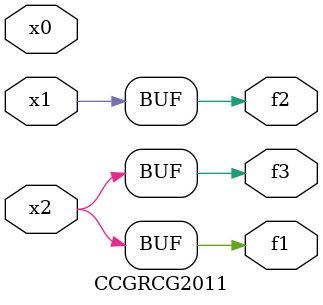
<source format=v>
module CCGRCG2011(
	input x0, x1, x2,
	output f1, f2, f3
);
	assign f1 = x2;
	assign f2 = x1;
	assign f3 = x2;
endmodule

</source>
